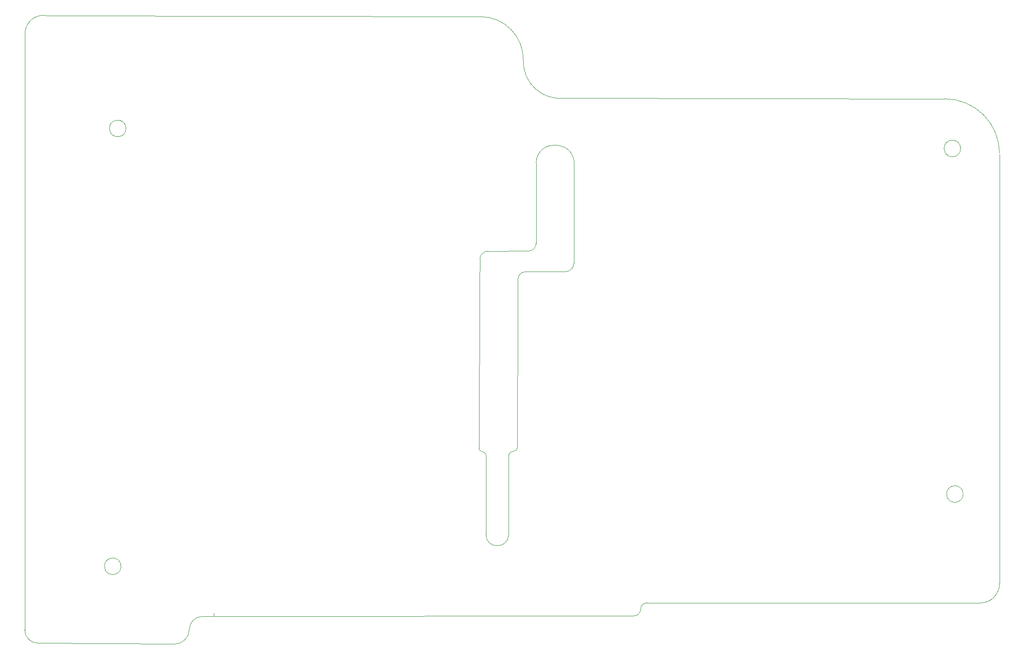
<source format=gbr>
%TF.GenerationSoftware,KiCad,Pcbnew,(6.0.7)*%
%TF.CreationDate,2022-11-08T14:23:53-05:00*%
%TF.ProjectId,high-voltage-board,68696768-2d76-46f6-9c74-6167652d626f,rev?*%
%TF.SameCoordinates,Original*%
%TF.FileFunction,Profile,NP*%
%FSLAX46Y46*%
G04 Gerber Fmt 4.6, Leading zero omitted, Abs format (unit mm)*
G04 Created by KiCad (PCBNEW (6.0.7)) date 2022-11-08 14:23:53*
%MOMM*%
%LPD*%
G01*
G04 APERTURE LIST*
%TA.AperFunction,Profile*%
%ADD10C,0.100000*%
%TD*%
G04 APERTURE END LIST*
D10*
X66037876Y-57664483D02*
G75*
G03*
X66040000Y-57708800I-1521876J-95117D01*
G01*
X226593528Y-141503528D02*
X226568000Y-62484000D01*
X139471710Y-84124847D02*
G75*
G03*
X138074400Y-85598000I-10J-1399253D01*
G01*
X159375974Y-147437974D02*
X81737200Y-147523200D01*
X148413785Y-64459373D02*
X148336000Y-82600800D01*
X219452975Y-61350717D02*
G75*
G03*
X219455100Y-61395034I-1521875J-95183D01*
G01*
X159375974Y-147437974D02*
G75*
G03*
X160645974Y-146167974I26J1269974D01*
G01*
X131089710Y-81813710D02*
X131013200Y-86258400D01*
X136347200Y-117881400D02*
X136372600Y-132486400D01*
X51674074Y-37048132D02*
G75*
G03*
X47483076Y-40477125I-820274J-3273108D01*
G01*
X139065101Y-45212004D02*
G75*
G03*
X146558000Y-52197000I6775499J-243196D01*
G01*
X47411324Y-150022876D02*
G75*
G03*
X49824325Y-152435876I2412976J-24D01*
G01*
X132180984Y-132435600D02*
G75*
G03*
X136372600Y-132486400I2096116J0D01*
G01*
X161788974Y-145024974D02*
X223037528Y-145059528D01*
X137337800Y-117119400D02*
G75*
G03*
X137972800Y-116484400I0J635000D01*
G01*
X132198813Y-117864187D02*
X132181010Y-132435600D01*
X223037528Y-145059528D02*
G75*
G03*
X226593528Y-141503528I-28J3556028D01*
G01*
X139065022Y-45212000D02*
G75*
G03*
X131191000Y-37193402I-7864422J152700D01*
G01*
X219911075Y-124923617D02*
G75*
G03*
X219913200Y-124967934I-1521875J-95183D01*
G01*
X75006200Y-152603200D02*
G75*
G03*
X77673200Y-149936200I0J2667000D01*
G01*
X47411325Y-150022876D02*
X47483076Y-40477125D01*
X139928290Y-80339912D02*
G75*
G03*
X141427200Y-78892400I10J1499812D01*
G01*
X216552598Y-52306402D02*
X146558000Y-52197000D01*
X65122575Y-138211117D02*
G75*
G03*
X65124700Y-138255434I-1521875J-95183D01*
G01*
X131013200Y-86156800D02*
X130911600Y-116535200D01*
X138023600Y-89865200D02*
X138074400Y-85598000D01*
X132198813Y-117864187D02*
G75*
G03*
X131563813Y-117229187I-635013J-13D01*
G01*
X130911569Y-116535198D02*
G75*
G03*
X131563813Y-117229187I652231J-40502D01*
G01*
X82154076Y-147487325D02*
X82154076Y-146903125D01*
X139420910Y-84124800D02*
X146837090Y-84099090D01*
X80086200Y-147523200D02*
G75*
G03*
X77673200Y-149936200I0J-2413000D01*
G01*
X161788974Y-145024974D02*
G75*
G03*
X160645974Y-146167974I26J-1143026D01*
G01*
X81737200Y-147523200D02*
X80086200Y-147523200D01*
X137337800Y-117119407D02*
G75*
G03*
X136347200Y-117881400I0J-1024893D01*
G01*
X132562910Y-80340510D02*
G75*
G03*
X131089710Y-81813710I-10J-1473190D01*
G01*
X139903200Y-80314800D02*
X132562910Y-80340510D01*
X148413777Y-64459373D02*
G75*
G03*
X141403385Y-64103773I-3506787J146433D01*
G01*
X75006200Y-152603200D02*
X49824325Y-152435876D01*
X51674076Y-37048125D02*
X131191000Y-37193402D01*
X146837090Y-84099100D02*
G75*
G03*
X148336000Y-82600800I10J1498900D01*
G01*
X138023600Y-89865200D02*
X137972800Y-116484400D01*
X226585598Y-62339402D02*
G75*
G03*
X216552598Y-52306402I-10032998J2D01*
G01*
X141403385Y-64103773D02*
X141427200Y-78892400D01*
M02*

</source>
